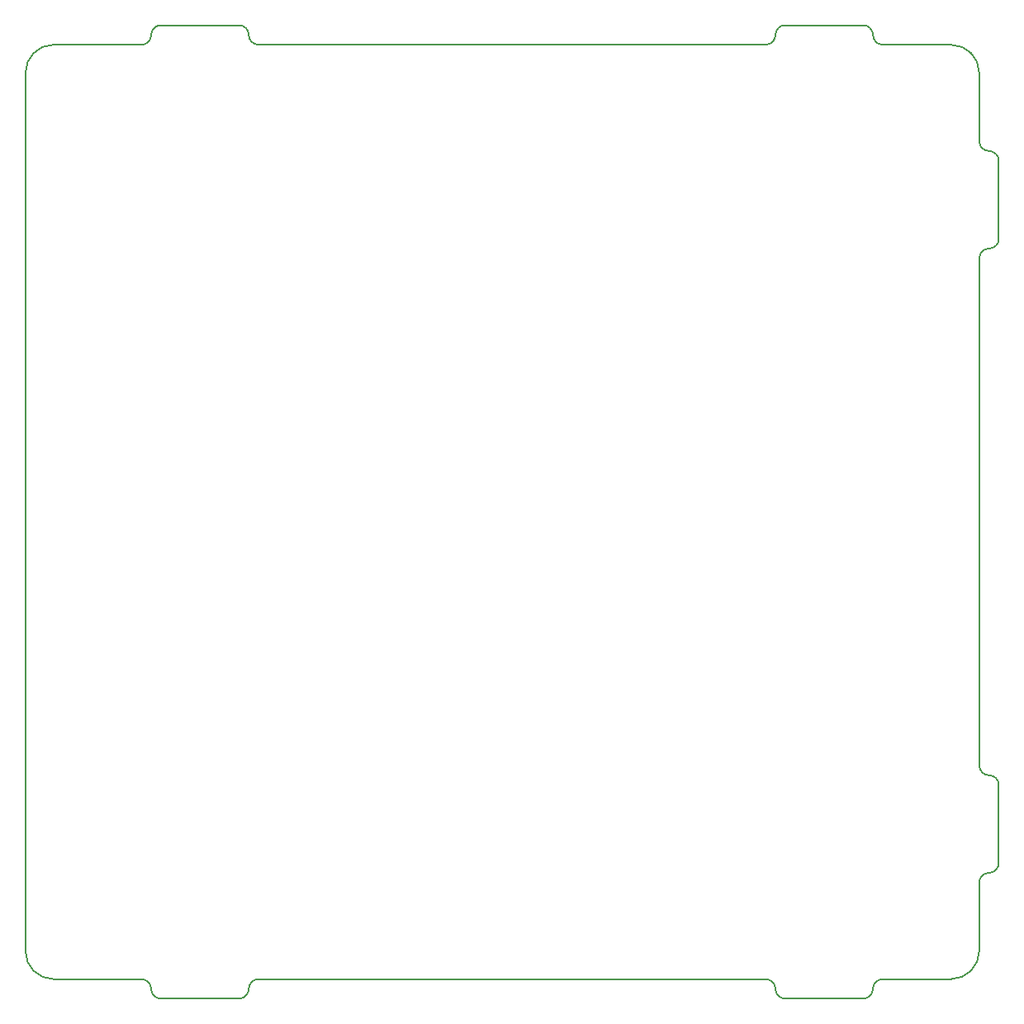
<source format=gbr>
%TF.GenerationSoftware,KiCad,Pcbnew,8.0.3-8.0.3-0~ubuntu22.04.1*%
%TF.CreationDate,2024-10-28T11:08:21+03:00*%
%TF.ProjectId,PM-DI16-DC24sink,504d2d44-4931-4362-9d44-43323473696e,rev?*%
%TF.SameCoordinates,Original*%
%TF.FileFunction,Profile,NP*%
%FSLAX46Y46*%
G04 Gerber Fmt 4.6, Leading zero omitted, Abs format (unit mm)*
G04 Created by KiCad (PCBNEW 8.0.3-8.0.3-0~ubuntu22.04.1) date 2024-10-28 11:08:21*
%MOMM*%
%LPD*%
G01*
G04 APERTURE LIST*
%TA.AperFunction,Profile*%
%ADD10C,0.200000*%
%TD*%
G04 APERTURE END LIST*
D10*
X-28000000Y-49900000D02*
X-36000000Y-49900000D01*
X-36000000Y49900000D02*
X-28000000Y49900000D01*
X36000000Y49900000D02*
G75*
G02*
X37000000Y48900000I0J-1000000D01*
G01*
X-28000000Y49900000D02*
G75*
G02*
X-27000000Y48900000I0J-1000000D01*
G01*
X28000000Y49900000D02*
X36000000Y49900000D01*
X26000000Y47900000D02*
X-26000000Y47900000D01*
X49900000Y-28000000D02*
X49900000Y-36000000D01*
X48900000Y37000000D02*
G75*
G02*
X49900000Y36000000I0J-1000000D01*
G01*
X27000000Y48900000D02*
G75*
G02*
X28000000Y49900000I1000000J0D01*
G01*
X48900000Y-27000000D02*
G75*
G02*
X47900000Y-26000000I0J1000000D01*
G01*
X38000000Y47900000D02*
X45000000Y47900000D01*
X47900000Y45000000D02*
X47900000Y38000000D01*
X-37000000Y48900000D02*
G75*
G02*
X-38000000Y47900000I-1000000J0D01*
G01*
X-26000000Y47900000D02*
G75*
G02*
X-27000000Y48900000I0J1000000D01*
G01*
X-49900000Y45000000D02*
X-49900000Y-45000000D01*
X-47000000Y47900000D02*
X-38000000Y47900000D01*
X49900000Y28000000D02*
G75*
G02*
X48900000Y27000000I-1000000J0D01*
G01*
X-38000000Y-47900000D02*
X-47000000Y-47900000D01*
X37000000Y-48900000D02*
G75*
G02*
X38000000Y-47900000I1000000J0D01*
G01*
X-38000000Y-47900000D02*
G75*
G02*
X-37000000Y-48900000I0J-1000000D01*
G01*
X45000000Y-47900000D02*
X38000000Y-47900000D01*
X47900000Y-38000000D02*
G75*
G02*
X48900000Y-37000000I1000000J0D01*
G01*
X-27000000Y-48900000D02*
G75*
G02*
X-28000000Y-49900000I-1000000J0D01*
G01*
X45000000Y47900000D02*
G75*
G02*
X47900000Y45000000I0J-2900000D01*
G01*
X38000000Y47900000D02*
G75*
G02*
X37000000Y48900000I0J1000000D01*
G01*
X49900000Y-36000000D02*
G75*
G02*
X48900000Y-37000000I-1000000J0D01*
G01*
X47900000Y26000000D02*
G75*
G02*
X48900000Y27000000I1000000J0D01*
G01*
X27000000Y48900000D02*
G75*
G02*
X26000000Y47900000I-1000000J0D01*
G01*
X36000000Y-49900000D02*
X28000000Y-49900000D01*
X47900000Y-38000000D02*
X47900000Y-45000000D01*
X47900000Y-45000000D02*
G75*
G02*
X45000000Y-47900000I-2900000J0D01*
G01*
X-27000000Y-48900000D02*
G75*
G02*
X-26000000Y-47900000I1000000J0D01*
G01*
X-37000000Y48900000D02*
G75*
G02*
X-36000000Y49900000I1000000J0D01*
G01*
X-49900000Y45000000D02*
G75*
G02*
X-47000000Y47900000I2900000J0D01*
G01*
X-36000000Y-49900000D02*
G75*
G02*
X-37000000Y-48900000I0J1000000D01*
G01*
X28000000Y-49900000D02*
G75*
G02*
X27000000Y-48900000I0J1000000D01*
G01*
X48900000Y-27000000D02*
G75*
G02*
X49900000Y-28000000I0J-1000000D01*
G01*
X37000000Y-48900000D02*
G75*
G02*
X36000000Y-49900000I-1000000J0D01*
G01*
X26000000Y-47900000D02*
G75*
G02*
X27000000Y-48900000I0J-1000000D01*
G01*
X49900000Y36000000D02*
X49900000Y28000000D01*
X48900000Y37000000D02*
G75*
G02*
X47900000Y38000000I0J1000000D01*
G01*
X-26000000Y-47900000D02*
X26000000Y-47900000D01*
X47900000Y-26000000D02*
X47900000Y26000000D01*
X-47000000Y-47900000D02*
G75*
G02*
X-49900000Y-45000000I0J2900000D01*
G01*
M02*

</source>
